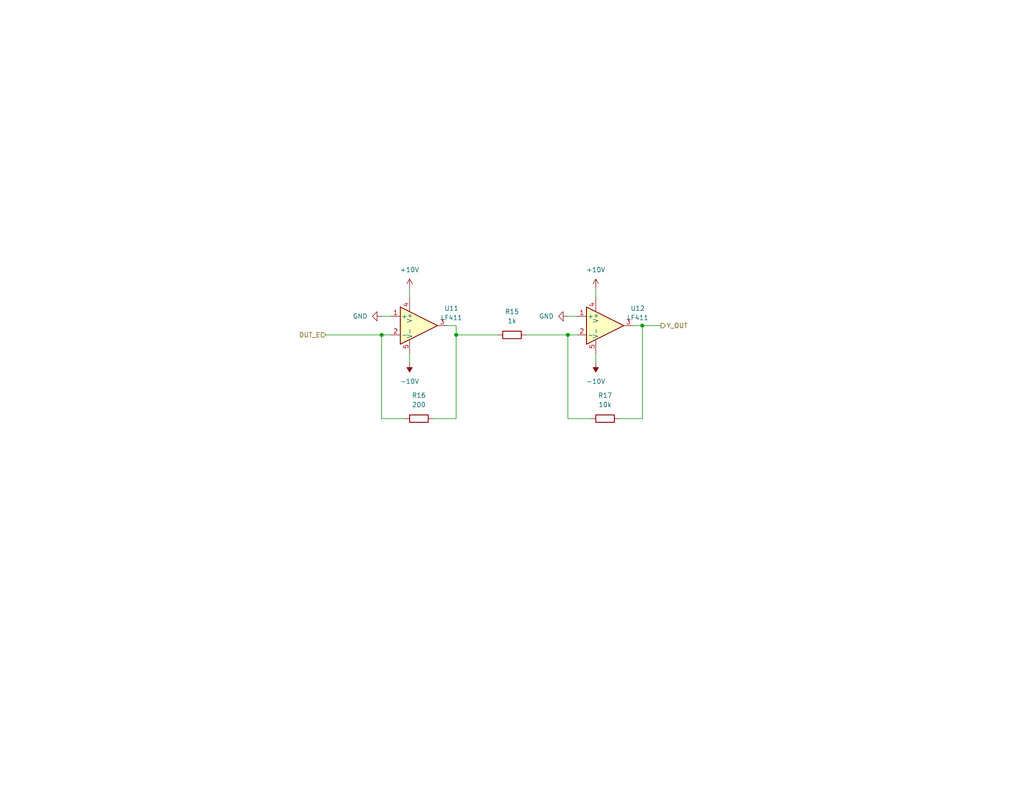
<source format=kicad_sch>
(kicad_sch (version 20211123) (generator eeschema)
  (paper "USLetter")
  (title_block (title "Emitter current sensor") (date "2023-07-31") (rev "1.0"))
  (lib_symbols
    (symbol "Device:R" (pin_numbers hide) (pin_names (offset 0))
      (property "Reference" "R" (at 2.032 0 90))
      (property "Value" "R" (at 0 0 90))
      (symbol "R_0_1"
        (rectangle (start -1.016 -2.54) (end 1.016 2.54) (stroke (width 0.254)))
      )
      (symbol "R_1_1"
        (pin passive line (at 0 3.81 270) (length 1.27) (name "~") (number "1"))
        (pin passive line (at 0 -3.81 90) (length 1.27) (name "~") (number "2"))
      )
    )
    (symbol "power:+10V" (power) (pin_names (offset 0))
      (property "Value" "+10V" (at 0 3.556 0))
      (symbol "+10V_0_1"
        (polyline (pts (xy -0.762 1.27) (xy 0 2.54)))
        (polyline (pts (xy 0 0) (xy 0 2.54)))
        (polyline (pts (xy 0 2.54) (xy 0.762 1.27)))
      )
      (symbol "+10V_1_1"
        (pin power_in line (at 0 0 90) (length 0) hide (name "+10V") (number "1"))
      )
    )
    (symbol "power:-10V" (power) (pin_names (offset 0))
      (property "Value" "-10V" (at 0 3.81 0))
      (symbol "-10V_0_0"
        (pin power_in line (at 0 0 90) (length 0) hide (name "-10V") (number "1"))
      )
      (symbol "-10V_0_1"
        (polyline (pts (xy 0 0) (xy 0 1.27) (xy 0.762 1.27) (xy 0 2.54) (xy -0.762 1.27) (xy 0 1.27)) (fill (type outline)))
      )
    )
    (symbol "power:GND" (power) (pin_names (offset 0))
      (property "Value" "GND" (at 0 -3.81 0))
      (symbol "GND_0_1"
        (polyline (pts (xy 0 0) (xy 0 -1.27) (xy 1.27 -1.27) (xy 0 -2.54) (xy -1.27 -1.27) (xy 0 -1.27)))
      )
      (symbol "GND_1_1"
        (pin power_in line (at 0 0 270) (length 0) hide (name "GND") (number "1"))
      )
    )
    (symbol "pspice:OPAMP" (pin_names (offset 0.254))
      (property "Reference" "U" (at 3.81 3.175 0))
      (property "Value" "OPAMP" (at 3.81 -3.175 0))
      (symbol "OPAMP_0_1"
        (polyline (pts (xy 5.08 0) (xy -5.08 5.08) (xy -5.08 -5.08) (xy 5.08 0)) (stroke (width 0.254)) (fill (type background)))
      )
      (symbol "OPAMP_1_1"
        (pin input line (at -7.62 2.54 0) (length 2.54) (name "+") (number "1"))
        (pin input line (at -7.62 -2.54 0) (length 2.54) (name "-") (number "2"))
        (pin output line (at 7.62 0 180) (length 2.54) (name "~") (number "3"))
        (pin power_in line (at -2.54 7.62 270) (length 3.81) (name "V+") (number "4"))
        (pin power_in line (at -2.54 -7.62 90) (length 3.81) (name "V-") (number "5"))
      )
    )
  )
  (junction (at 124.46 91.44))
  (junction (at 104.14 91.44))
  (junction (at 175.26 88.9))
  (junction (at 154.94 91.44))
  (wire (pts (xy 88.9 91.44) (xy 104.14 91.44)))
  (wire (pts (xy 124.46 88.9) (xy 121.92 88.9)))
  (wire (pts (xy 154.94 91.44) (xy 154.94 114.3)))
  (wire (pts (xy 175.26 88.9) (xy 172.72 88.9)))
  (wire (pts (xy 154.94 86.36) (xy 157.48 86.36)))
  (wire (pts (xy 162.56 78.74) (xy 162.56 81.28)))
  (wire (pts (xy 175.26 114.3) (xy 175.26 88.9)))
  (wire (pts (xy 124.46 91.44) (xy 135.89 91.44)))
  (wire (pts (xy 168.91 114.3) (xy 175.26 114.3)))
  (wire (pts (xy 104.14 114.3) (xy 110.49 114.3)))
  (wire (pts (xy 124.46 91.44) (xy 124.46 88.9)))
  (wire (pts (xy 104.14 91.44) (xy 104.14 114.3)))
  (wire (pts (xy 111.76 96.52) (xy 111.76 99.06)))
  (wire (pts (xy 104.14 86.36) (xy 106.68 86.36)))
  (wire (pts (xy 143.51 91.44) (xy 154.94 91.44)))
  (wire (pts (xy 175.26 88.9) (xy 180.34 88.9)))
  (wire (pts (xy 106.68 91.44) (xy 104.14 91.44)))
  (wire (pts (xy 124.46 114.3) (xy 124.46 91.44)))
  (wire (pts (xy 111.76 78.74) (xy 111.76 81.28)))
  (wire (pts (xy 157.48 91.44) (xy 154.94 91.44)))
  (wire (pts (xy 162.56 96.52) (xy 162.56 99.06)))
  (wire (pts (xy 118.11 114.3) (xy 124.46 114.3)))
  (wire (pts (xy 154.94 114.3) (xy 161.29 114.3)))
  (hierarchical_label "Y_OUT" (shape output) (at 180.34 88.9 0))
  (hierarchical_label "DUT_E" (shape input) (at 88.9 91.44 180))
  (symbol (lib_id "power:-10V") (at 162.56 99.06 180) (unit 1)
    (property "Reference" "#PWR043" (effects hide))
    (property "Value" "-10V" (at 162.56 104.14 0))
  )
  (symbol (lib_id "Device:R") (at 165.1 114.3 90) (unit 1)
    (property "Reference" "R17" (at 165.1 107.95 90))
    (property "Value" "10k" (at 165.1 110.49 90))
  )
  (symbol (lib_id "power:GND") (at 104.14 86.36 270) (unit 1)
    (property "Reference" "#PWR040" (effects hide))
    (property "Value" "GND" (at 100.33 86.3599 90) (effects (justify right)))
  )
  (symbol (lib_id "power:-10V") (at 111.76 99.06 180) (unit 1)
    (property "Reference" "#PWR042" (effects hide))
    (property "Value" "-10V" (at 111.76 104.14 0))
  )
  (symbol (lib_id "Device:R") (at 139.7 91.44 90) (unit 1)
    (property "Reference" "R15" (at 139.7 85.09 90))
    (property "Value" "1k" (at 139.7 87.63 90))
  )
  (symbol (lib_id "pspice:OPAMP") (at 165.1 88.9 0) (unit 1)
    (property "Reference" "U12" (at 173.99 84.201 0))
    (property "Value" "LF411" (at 173.99 86.741 0))
  )
  (symbol (lib_id "power:+10V") (at 162.56 78.74 0) (unit 1)
    (property "Reference" "#PWR039" (effects hide))
    (property "Value" "+10V" (at 162.56 73.66 0))
  )
  (symbol (lib_id "Device:R") (at 114.3 114.3 90) (unit 1)
    (property "Reference" "R16" (at 114.3 107.95 90))
    (property "Value" "200" (at 114.3 110.49 90))
  )
  (symbol (lib_id "power:GND") (at 154.94 86.36 270) (unit 1)
    (property "Reference" "#PWR041" (effects hide))
    (property "Value" "GND" (at 151.13 86.3599 90) (effects (justify right)))
  )
  (symbol (lib_id "pspice:OPAMP") (at 114.3 88.9 0) (unit 1)
    (property "Reference" "U11" (at 123.19 84.201 0))
    (property "Value" "LF411" (at 123.19 86.741 0))
  )
  (symbol (lib_id "power:+10V") (at 111.76 78.74 0) (unit 1)
    (property "Reference" "#PWR038" (effects hide))
    (property "Value" "+10V" (at 111.76 73.66 0))
  )
)
</source>
